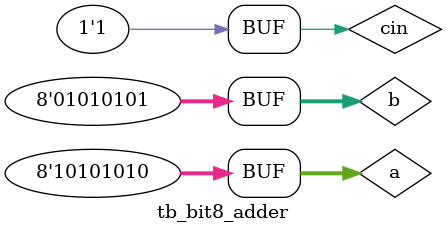
<source format=v>
`timescale 1ns / 1ps

module tb_bit8_adder;

  // bit8_adder Parameters
  parameter PERIOD = 10;
  parameter WIDTH = 8;

  // bit8_adder Inputs
  reg  [WIDTH-1:0] a = 0;
  reg  [WIDTH-1:0] b = 0;
  reg              cin = 0;

  // bit8_adder Outputs
  wire [  WIDTH:0] sum;
  wire             cout;

  initial begin
    // Initialize Inputs
    a   = 8'b00000000;
    b   = 8'b00000000;
    cin = 1'b0;

    // Wait 100 ns for global reset to finish
    #100;

    // Add stimulus here
    a   = 8'b11111111;
    b   = 8'b11111111;
    cin = 1'b0;

    #100;

    a   = 8'b10101010;
    b   = 8'b01010101;
    cin = 1'b1;

    #100;
  end

  bit8_adder #(
    .WIDTH(WIDTH)
  ) u_bit8_adder (
    .a  (a[WIDTH-1:0]),
    .b  (b[WIDTH-1:0]),
    .cin(cin),

    .sum (sum[WIDTH:0]),
    .cout(cout)
  );



endmodule

</source>
